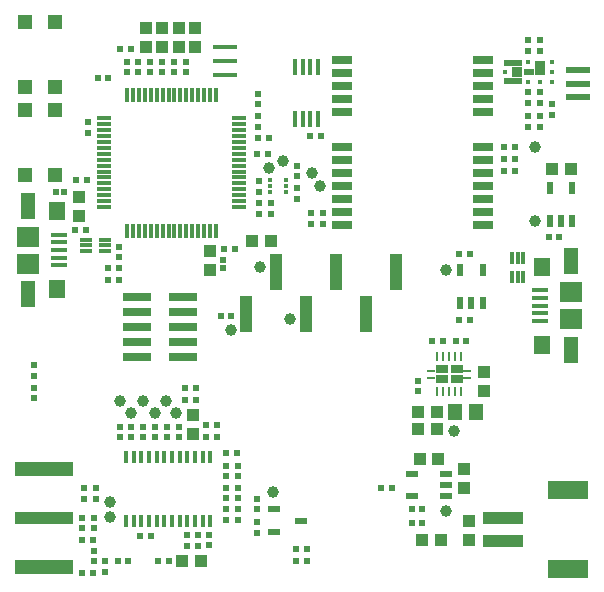
<source format=gtp>
G04 (created by PCBNEW-RS274X (2012-01-19 BZR 3256)-stable) date Mon 27 Feb 2012 04:05:37 GMT*
G01*
G70*
G90*
%MOIN*%
G04 Gerber Fmt 3.4, Leading zero omitted, Abs format*
%FSLAX34Y34*%
G04 APERTURE LIST*
%ADD10C,0.006000*%
%ADD11R,0.013800X0.013800*%
%ADD12R,0.036200X0.048000*%
%ADD13R,0.033500X0.022400*%
%ADD14R,0.033500X0.033500*%
%ADD15R,0.059400X0.018700*%
%ADD16R,0.011800X0.039400*%
%ADD17C,0.039400*%
%ADD18R,0.039400X0.011800*%
%ADD19R,0.017700X0.011800*%
%ADD20R,0.043300X0.023600*%
%ADD21R,0.023600X0.043300*%
%ADD22R,0.050000X0.050000*%
%ADD23R,0.196900X0.039400*%
%ADD24R,0.196900X0.047200*%
%ADD25R,0.045300X0.057100*%
%ADD26R,0.039400X0.039400*%
%ADD27R,0.024400X0.024400*%
%ADD28R,0.078700X0.023600*%
%ADD29R,0.082700X0.015700*%
%ADD30R,0.070900X0.031500*%
%ADD31R,0.017700X0.057100*%
%ADD32R,0.055100X0.015700*%
%ADD33R,0.055100X0.063000*%
%ADD34R,0.051200X0.090600*%
%ADD35R,0.074800X0.070900*%
%ADD36R,0.011800X0.047200*%
%ADD37R,0.047200X0.011800*%
%ADD38R,0.133900X0.059100*%
%ADD39R,0.137800X0.039400*%
%ADD40R,0.040000X0.120000*%
%ADD41R,0.019700X0.019700*%
%ADD42R,0.094500X0.029900*%
%ADD43R,0.011000X0.028000*%
%ADD44C,0.011000*%
%ADD45R,0.027600X0.011000*%
%ADD46R,0.041300X0.026800*%
G04 APERTURE END LIST*
G54D10*
G54D11*
X82992Y-39055D03*
X82992Y-39378D03*
X82992Y-39701D03*
X82602Y-39701D03*
X82212Y-39701D03*
X82212Y-39055D03*
X81425Y-39378D03*
G54D12*
X82604Y-39252D03*
G54D13*
X82216Y-39380D03*
G54D14*
X81829Y-39378D03*
G54D15*
X81699Y-39667D03*
X81699Y-39088D03*
G54D16*
X71615Y-52205D03*
X71359Y-52205D03*
X71103Y-52205D03*
X70848Y-52205D03*
X70592Y-52205D03*
X70336Y-52205D03*
X70080Y-52205D03*
X69824Y-52205D03*
X69568Y-52205D03*
X69313Y-52205D03*
X69057Y-52205D03*
X68801Y-52205D03*
X68800Y-54331D03*
X69056Y-54331D03*
X69312Y-54331D03*
X69567Y-54331D03*
X69823Y-54331D03*
X70079Y-54331D03*
X70335Y-54331D03*
X70591Y-54331D03*
X70847Y-54331D03*
X71103Y-54331D03*
X71359Y-54331D03*
X71615Y-54331D03*
G54D17*
X73701Y-53386D03*
X68583Y-50355D03*
X68977Y-50749D03*
X70473Y-50749D03*
X70118Y-50335D03*
X72283Y-47992D03*
X69764Y-50749D03*
X73563Y-42577D03*
X74035Y-42341D03*
X73268Y-45866D03*
X74252Y-47598D03*
X82441Y-44331D03*
X82441Y-41890D03*
X68268Y-53702D03*
X79449Y-45984D03*
X79724Y-51340D03*
X79449Y-54016D03*
X75276Y-43189D03*
X75000Y-42756D03*
X68268Y-54213D03*
X69371Y-50355D03*
G54D16*
X81654Y-46220D03*
X81851Y-46220D03*
X82048Y-46220D03*
X82048Y-45590D03*
X81851Y-45590D03*
X81654Y-45590D03*
G54D18*
X67480Y-44961D03*
X67480Y-45158D03*
X67480Y-45355D03*
X68110Y-45355D03*
X68110Y-45158D03*
X68110Y-44961D03*
G54D19*
X73592Y-42992D03*
X73592Y-43189D03*
X73592Y-43386D03*
X74124Y-43386D03*
X74124Y-43189D03*
X74124Y-42992D03*
G54D20*
X79449Y-53523D03*
X79449Y-53149D03*
X79449Y-52775D03*
X78347Y-52775D03*
X78347Y-53523D03*
G54D21*
X79941Y-47086D03*
X80315Y-47086D03*
X80689Y-47086D03*
X80689Y-45984D03*
X79941Y-45984D03*
X82933Y-44331D03*
X83307Y-44331D03*
X83681Y-44331D03*
X83681Y-43229D03*
X82933Y-43229D03*
G54D20*
X73720Y-53957D03*
X73720Y-54705D03*
X74626Y-54331D03*
G54D22*
X66445Y-39863D03*
X65445Y-39863D03*
X66445Y-37697D03*
X65445Y-37697D03*
X66445Y-42815D03*
X65445Y-42815D03*
X66445Y-40649D03*
X65445Y-40649D03*
G54D23*
X66063Y-54252D03*
G54D24*
X66063Y-55886D03*
X66063Y-52618D03*
G54D25*
X79764Y-50710D03*
X80472Y-50710D03*
G54D26*
X72992Y-45000D03*
X73622Y-45000D03*
X71300Y-55670D03*
X70670Y-55670D03*
X71024Y-51457D03*
X71024Y-50827D03*
X71102Y-38543D03*
X71102Y-37913D03*
X70551Y-38543D03*
X70551Y-37913D03*
X70000Y-38543D03*
X70000Y-37913D03*
X71614Y-45354D03*
X71614Y-45984D03*
X82992Y-42598D03*
X83622Y-42598D03*
X67244Y-43543D03*
X67244Y-44173D03*
X78661Y-54961D03*
X79291Y-54961D03*
X69449Y-38543D03*
X69449Y-37913D03*
X80236Y-54331D03*
X80236Y-54961D03*
X79213Y-52283D03*
X78583Y-52283D03*
X79173Y-51261D03*
X78543Y-51261D03*
X79173Y-50710D03*
X78543Y-50710D03*
X80748Y-50001D03*
X80748Y-49371D03*
X80080Y-52598D03*
X80080Y-53228D03*
G54D27*
X71201Y-54803D03*
X70847Y-54803D03*
X71575Y-55157D03*
X71575Y-54803D03*
X69272Y-54843D03*
X69626Y-54843D03*
X67717Y-54586D03*
X67717Y-54232D03*
X73622Y-43760D03*
X73622Y-44114D03*
X71201Y-55177D03*
X70847Y-55177D03*
X71478Y-51536D03*
X71832Y-51536D03*
X71478Y-51142D03*
X71832Y-51142D03*
X72126Y-54311D03*
X72126Y-53957D03*
X72126Y-53229D03*
X72126Y-53583D03*
X67323Y-54232D03*
X67323Y-54586D03*
X67697Y-54961D03*
X67343Y-54961D03*
X67717Y-55689D03*
X67717Y-55335D03*
X67697Y-56063D03*
X67343Y-56063D03*
X68110Y-55689D03*
X68110Y-56043D03*
X68524Y-55669D03*
X68878Y-55669D03*
X78327Y-53937D03*
X78681Y-53937D03*
X78543Y-50021D03*
X78543Y-49667D03*
X82894Y-44882D03*
X83248Y-44882D03*
X79902Y-47638D03*
X80256Y-47638D03*
X79902Y-45433D03*
X80256Y-45433D03*
X82205Y-38327D03*
X82205Y-38681D03*
X82205Y-40413D03*
X82205Y-40059D03*
X82205Y-41201D03*
X82205Y-40847D03*
X82598Y-38681D03*
X82598Y-38327D03*
X82598Y-40413D03*
X82598Y-40059D03*
X82992Y-40453D03*
X82992Y-40807D03*
X82598Y-40847D03*
X82598Y-41201D03*
X75295Y-41496D03*
X74941Y-41496D03*
X75354Y-44429D03*
X75354Y-44075D03*
X81398Y-41890D03*
X81752Y-41890D03*
X81398Y-42283D03*
X81752Y-42283D03*
X81398Y-42677D03*
X81752Y-42677D03*
X68563Y-46299D03*
X68209Y-46299D03*
X73228Y-43760D03*
X73228Y-44114D03*
X72067Y-45276D03*
X72421Y-45276D03*
X73189Y-40847D03*
X73189Y-41201D03*
X69213Y-39390D03*
X69213Y-39036D03*
X68819Y-39390D03*
X68819Y-39036D03*
X71949Y-47520D03*
X72303Y-47520D03*
X68563Y-45197D03*
X68563Y-45551D03*
X68209Y-45906D03*
X68563Y-45906D03*
X74961Y-44429D03*
X74961Y-44075D03*
X73150Y-54390D03*
X73150Y-54744D03*
X73150Y-53957D03*
X73150Y-53603D03*
X73563Y-41575D03*
X73209Y-41575D03*
X70787Y-39390D03*
X70787Y-39036D03*
X70394Y-39390D03*
X70394Y-39036D03*
X70000Y-39390D03*
X70000Y-39036D03*
X74823Y-55669D03*
X74469Y-55669D03*
X74823Y-55276D03*
X74469Y-55276D03*
X78327Y-54409D03*
X78681Y-54409D03*
X77303Y-53228D03*
X77657Y-53228D03*
X69606Y-39390D03*
X69606Y-39036D03*
X79350Y-48348D03*
X78996Y-48348D03*
X79784Y-48348D03*
X80138Y-48348D03*
X67146Y-42992D03*
X67500Y-42992D03*
X73169Y-42126D03*
X73523Y-42126D03*
X69862Y-55669D03*
X70216Y-55669D03*
X72127Y-52855D03*
X72127Y-52501D03*
X72520Y-52855D03*
X72520Y-52501D03*
X72520Y-53583D03*
X72520Y-53229D03*
X72146Y-52087D03*
X72500Y-52087D03*
X72520Y-53957D03*
X72520Y-54311D03*
X69371Y-51556D03*
X69371Y-51202D03*
X68977Y-51556D03*
X68977Y-51202D03*
X68583Y-51556D03*
X68583Y-51202D03*
X65748Y-49902D03*
X65748Y-50256D03*
X65748Y-49508D03*
X65748Y-49154D03*
X70552Y-51202D03*
X70552Y-51556D03*
X70158Y-51202D03*
X70158Y-51556D03*
X69764Y-51202D03*
X69764Y-51556D03*
X67795Y-53602D03*
X67795Y-53248D03*
X67402Y-53602D03*
X67402Y-53248D03*
X70769Y-49922D03*
X71123Y-49922D03*
X70769Y-50316D03*
X71123Y-50316D03*
X74488Y-43248D03*
X74488Y-43602D03*
X74488Y-42500D03*
X74488Y-42854D03*
X73228Y-43012D03*
X73228Y-43366D03*
X67520Y-41397D03*
X67520Y-41043D03*
X67460Y-44646D03*
X67106Y-44646D03*
G54D28*
X83858Y-40225D03*
X83858Y-39764D03*
X83858Y-39303D03*
G54D29*
X72087Y-38543D03*
X72087Y-39015D03*
X72087Y-39488D03*
G54D30*
X80708Y-44488D03*
X80708Y-44055D03*
X80708Y-43622D03*
X80708Y-43189D03*
X80708Y-42756D03*
X80708Y-42323D03*
X80708Y-41890D03*
X75984Y-41890D03*
X75984Y-42323D03*
X75984Y-42756D03*
X75984Y-43189D03*
X75984Y-43622D03*
X75984Y-44055D03*
X75984Y-44488D03*
X80708Y-40708D03*
X80708Y-40275D03*
X80708Y-39842D03*
X80708Y-39409D03*
X80708Y-38976D03*
X75984Y-38976D03*
X75984Y-39409D03*
X75984Y-39842D03*
X75984Y-40275D03*
X75984Y-40708D03*
G54D31*
X75197Y-39213D03*
X74941Y-39213D03*
X74685Y-39213D03*
X74429Y-39213D03*
X74429Y-40945D03*
X74685Y-40945D03*
X74941Y-40945D03*
X75197Y-40945D03*
G54D32*
X66575Y-44803D03*
X66575Y-45059D03*
X66575Y-45315D03*
X66575Y-45571D03*
X66575Y-45827D03*
G54D33*
X66496Y-44016D03*
X66496Y-46614D03*
G54D34*
X65532Y-46791D03*
X65532Y-43839D03*
G54D35*
X65532Y-45768D03*
X65532Y-44862D03*
G54D32*
X82598Y-47677D03*
X82598Y-47421D03*
X82598Y-47165D03*
X82598Y-46909D03*
X82598Y-46653D03*
G54D33*
X82677Y-48464D03*
X82677Y-45866D03*
G54D34*
X83641Y-45689D03*
X83641Y-48641D03*
G54D35*
X83641Y-46712D03*
X83641Y-47618D03*
G54D36*
X71791Y-40137D03*
X71594Y-40137D03*
X71397Y-40137D03*
X71200Y-40137D03*
X71004Y-40137D03*
X70807Y-40137D03*
X70610Y-40137D03*
X70413Y-40137D03*
X70216Y-40137D03*
X70019Y-40137D03*
X69822Y-40137D03*
X69626Y-40137D03*
X69429Y-40137D03*
X69232Y-40137D03*
X69035Y-40137D03*
X68838Y-40137D03*
X68838Y-44665D03*
X69035Y-44665D03*
X69232Y-44665D03*
X69429Y-44665D03*
X69626Y-44665D03*
X69822Y-44665D03*
X70019Y-44665D03*
X70216Y-44665D03*
X70413Y-44665D03*
X70610Y-44665D03*
X70807Y-44665D03*
X71004Y-44665D03*
X71200Y-44665D03*
X71397Y-44665D03*
X71594Y-44665D03*
X71791Y-44665D03*
G54D37*
X68051Y-40924D03*
X68051Y-41121D03*
X68051Y-41318D03*
X68051Y-41515D03*
X68051Y-41712D03*
X68051Y-41909D03*
X68051Y-42106D03*
X68051Y-42302D03*
X68051Y-42499D03*
X68051Y-42696D03*
X68051Y-42893D03*
X68051Y-43090D03*
X68051Y-43287D03*
X68051Y-43483D03*
X68051Y-43680D03*
X68051Y-43877D03*
X72579Y-43877D03*
X72579Y-43680D03*
X72579Y-43483D03*
X72579Y-43287D03*
X72579Y-43090D03*
X72579Y-42893D03*
X72579Y-42696D03*
X72579Y-42499D03*
X72579Y-42302D03*
X72579Y-42106D03*
X72579Y-41909D03*
X72579Y-41712D03*
X72579Y-41515D03*
X72579Y-41318D03*
X72579Y-41121D03*
X72579Y-40924D03*
G54D38*
X83543Y-53307D03*
X83543Y-55945D03*
G54D39*
X81358Y-54232D03*
X81358Y-55020D03*
G54D40*
X77795Y-46032D03*
X76795Y-47432D03*
X75795Y-46032D03*
X74795Y-47432D03*
X73795Y-46032D03*
X72795Y-47432D03*
G54D41*
X72047Y-45630D03*
X72047Y-45906D03*
X66732Y-43386D03*
X66456Y-43386D03*
G54D42*
X69173Y-46890D03*
X70708Y-46890D03*
X69173Y-47390D03*
X70708Y-47390D03*
X69173Y-47890D03*
X70708Y-47890D03*
X69173Y-48390D03*
X70708Y-48390D03*
X69173Y-48890D03*
X70708Y-48890D03*
G54D27*
X73189Y-40099D03*
X73189Y-40453D03*
X67854Y-39567D03*
X68208Y-39567D03*
X68957Y-38622D03*
X68603Y-38622D03*
G54D43*
X79173Y-50058D03*
X79370Y-50058D03*
X79567Y-50058D03*
X79764Y-50058D03*
X79961Y-50058D03*
X79961Y-48842D03*
X79764Y-48842D03*
X79567Y-48842D03*
X79370Y-48842D03*
X79173Y-48842D03*
G54D44*
X79173Y-49922D03*
X79370Y-49922D03*
X79567Y-49922D03*
X79764Y-49922D03*
X79961Y-49922D03*
X79961Y-48978D03*
X79764Y-48978D03*
X79567Y-48978D03*
X79370Y-48978D03*
X79173Y-48978D03*
G54D45*
X80177Y-49352D03*
X80177Y-49568D03*
X78957Y-49352D03*
X78957Y-49568D03*
G54D46*
X79817Y-49273D03*
X79817Y-49627D03*
X79317Y-49627D03*
X79317Y-49273D03*
M02*

</source>
